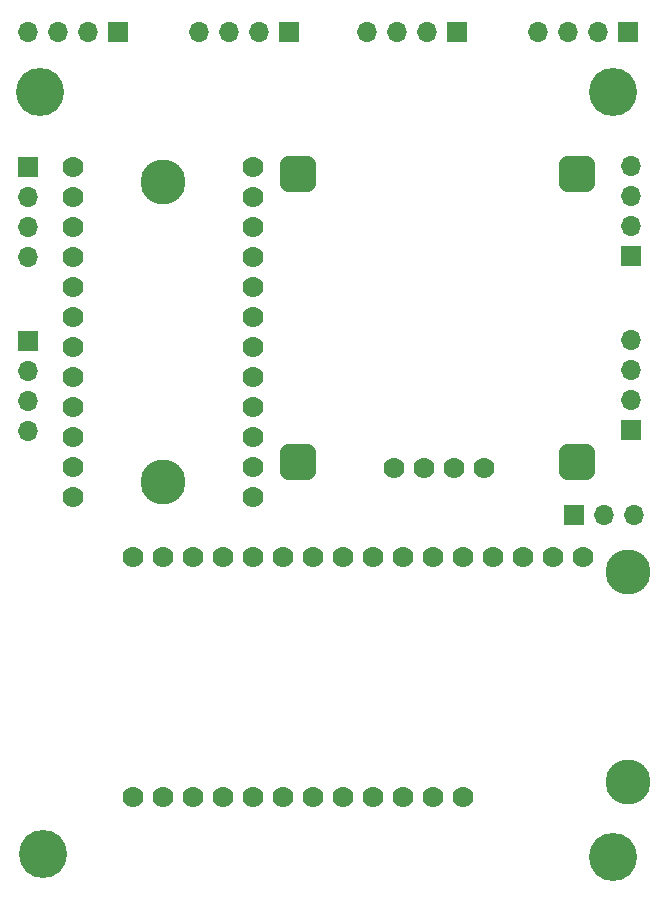
<source format=gbr>
%TF.GenerationSoftware,KiCad,Pcbnew,8.0.0*%
%TF.CreationDate,2025-02-12T14:58:42-08:00*%
%TF.ProjectId,HempCrete,48656d70-4372-4657-9465-2e6b69636164,rev?*%
%TF.SameCoordinates,Original*%
%TF.FileFunction,Soldermask,Top*%
%TF.FilePolarity,Negative*%
%FSLAX46Y46*%
G04 Gerber Fmt 4.6, Leading zero omitted, Abs format (unit mm)*
G04 Created by KiCad (PCBNEW 8.0.0) date 2025-02-12 14:58:42*
%MOMM*%
%LPD*%
G01*
G04 APERTURE LIST*
G04 Aperture macros list*
%AMFreePoly0*
4,1,33,-1.524000,0.762000,-1.508258,0.916090,-1.452607,1.084035,-1.359725,1.234619,-1.234619,1.359725,-1.084035,1.452607,-0.916090,1.508258,-0.762000,1.524000,0.762000,1.524000,0.916090,1.508258,1.084035,1.452607,1.234619,1.359725,1.359725,1.234619,1.452607,1.084035,1.508258,0.916090,1.524000,0.762000,1.524000,-0.762000,1.508258,-0.916090,1.452607,-1.084035,1.359725,-1.234619,
1.234619,-1.359725,1.084035,-1.452607,0.916090,-1.508258,0.762000,-1.524000,-0.762000,-1.524000,-0.916090,-1.508258,-1.084035,-1.452607,-1.234619,-1.359725,-1.359725,-1.234619,-1.452607,-1.084035,-1.508258,-0.916090,-1.524000,-0.762000,-1.524000,0.762000,-1.524000,0.762000,$1*%
G04 Aperture macros list end*
%ADD10R,1.700000X1.700000*%
%ADD11O,1.700000X1.700000*%
%ADD12C,4.064000*%
%ADD13FreePoly0,180.000000*%
%ADD14C,1.778000*%
%ADD15C,3.810000*%
G04 APERTURE END LIST*
D10*
%TO.C,J8*%
X162794000Y-53086000D03*
D11*
X160254000Y-53086000D03*
X157714000Y-53086000D03*
X155174000Y-53086000D03*
%TD*%
D12*
%TO.C,MNT*%
X156210000Y-58166000D03*
%TD*%
%TO.C,MNT*%
X156464000Y-122682000D03*
%TD*%
%TO.C,MNT*%
X204724000Y-122936000D03*
%TD*%
%TO.C,MNT*%
X204724000Y-58166000D03*
%TD*%
D11*
%TO.C,SW1*%
X206502000Y-93980000D03*
X203962000Y-93980000D03*
D10*
X201422000Y-93980000D03*
%TD*%
%TO.C,J5*%
X205974000Y-53086000D03*
D11*
X203434000Y-53086000D03*
X200894000Y-53086000D03*
X198354000Y-53086000D03*
%TD*%
D10*
%TO.C,J4*%
X206248000Y-72116000D03*
D11*
X206248000Y-69576000D03*
X206248000Y-67036000D03*
X206248000Y-64496000D03*
%TD*%
D10*
%TO.C,J1*%
X155194000Y-64536000D03*
D11*
X155194000Y-67076000D03*
X155194000Y-69616000D03*
X155194000Y-72156000D03*
%TD*%
D10*
%TO.C,J3*%
X206248000Y-86848000D03*
D11*
X206248000Y-84308000D03*
X206248000Y-81768000D03*
X206248000Y-79228000D03*
%TD*%
D13*
%TO.C,OLED1*%
X201708000Y-89503000D03*
X201708000Y-65119000D03*
X178086000Y-89503000D03*
X178086000Y-65119000D03*
D14*
X193834000Y-90011000D03*
X191294000Y-90011000D03*
X188754000Y-90011000D03*
X186214000Y-90011000D03*
%TD*%
D10*
%TO.C,J2*%
X155194000Y-79268000D03*
D11*
X155194000Y-81808000D03*
X155194000Y-84348000D03*
X155194000Y-86888000D03*
%TD*%
D14*
%TO.C,MX1*%
X174244000Y-64516000D03*
X174244000Y-67056000D03*
X174244000Y-69596000D03*
X174244000Y-72136000D03*
X174244000Y-74676000D03*
X174244000Y-77216000D03*
X174244000Y-79756000D03*
X174244000Y-82296000D03*
X174244000Y-84836000D03*
X174244000Y-87376000D03*
X174244000Y-89916000D03*
X174244000Y-92456000D03*
X159004000Y-92456000D03*
X159004000Y-89916000D03*
X159004000Y-87376000D03*
X159004000Y-84836000D03*
X159004000Y-82296000D03*
X159004000Y-79756000D03*
X159004000Y-77216000D03*
X159004000Y-74676000D03*
X159004000Y-72136000D03*
X159004000Y-69596000D03*
X159004000Y-67056000D03*
X159004000Y-64516000D03*
D15*
X166624000Y-91186000D03*
X166624000Y-65786000D03*
%TD*%
D10*
%TO.C,J7*%
X177272000Y-53086000D03*
D11*
X174732000Y-53086000D03*
X172192000Y-53086000D03*
X169652000Y-53086000D03*
%TD*%
D10*
%TO.C,J6*%
X191496000Y-53086000D03*
D11*
X188956000Y-53086000D03*
X186416000Y-53086000D03*
X183876000Y-53086000D03*
%TD*%
D14*
%TO.C,FeatherRP1*%
X192024000Y-117856000D03*
X189484000Y-117856000D03*
X186944000Y-117856000D03*
X184404000Y-117856000D03*
X181864000Y-117856000D03*
X179324000Y-117856000D03*
X176784000Y-117856000D03*
X174244000Y-117856000D03*
X171704000Y-117856000D03*
X169164000Y-117856000D03*
X166624000Y-117856000D03*
X164084000Y-117856000D03*
X164084000Y-97536000D03*
X166624000Y-97536000D03*
X169164000Y-97536000D03*
X171704000Y-97536000D03*
X174244000Y-97536000D03*
X176784000Y-97536000D03*
X179324000Y-97536000D03*
X181864000Y-97536000D03*
X184404000Y-97536000D03*
X186944000Y-97536000D03*
X189484000Y-97536000D03*
X192024000Y-97536000D03*
X194564000Y-97536000D03*
X197104000Y-97536000D03*
X199644000Y-97536000D03*
X202184000Y-97536000D03*
D15*
X205975949Y-98824051D03*
X205994000Y-116586000D03*
%TD*%
M02*

</source>
